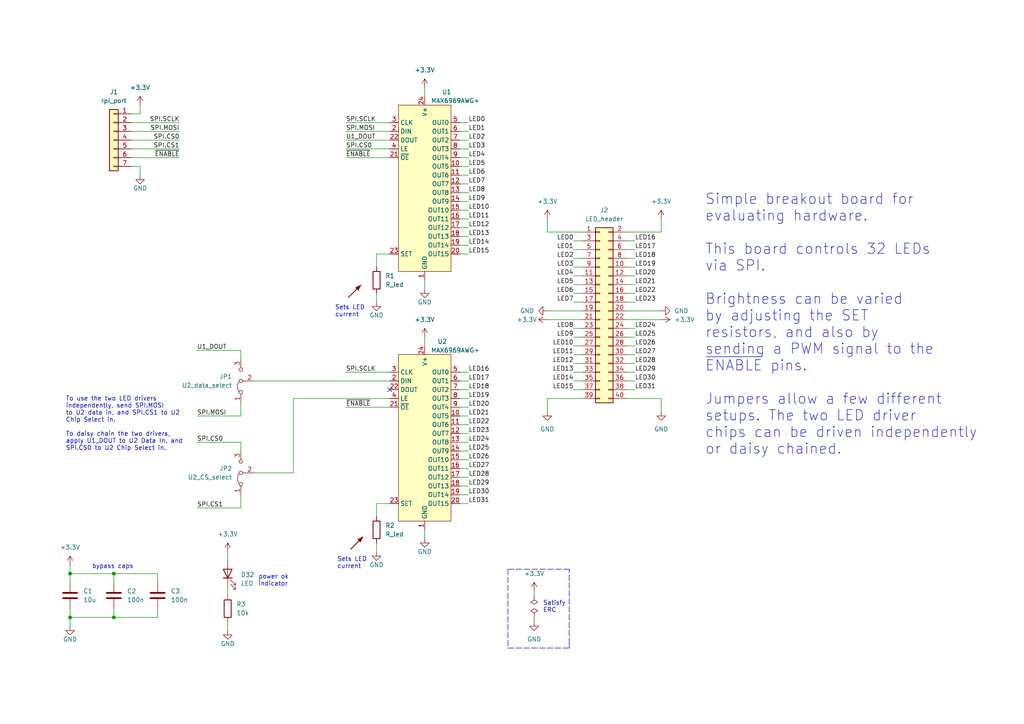
<source format=kicad_sch>
(kicad_sch (version 20211123) (generator eeschema)
  (paper "A4")
  (title_block (title "LED Breakout Board") (date "2022-06-02") (rev "0") (comment 2 "SPI LED Drivers") (comment 3 "Breakout board for prototyping hardware") (comment 4 "Drawn by: Jordan Aceto"))
  (lib_symbols
    (symbol "Connector_Generic:Conn_01x07" (pin_names (offset 1.016) hide)
      (property "Reference" "J" (at 0 10.16 0))
      (property "Value" "Conn_01x07" (at 0 -10.16 0))
      (symbol "Conn_01x07_1_1"
        (rectangle (start -1.27 -7.493) (end 0 -7.747) (stroke (width 0.1524)))
        (rectangle (start -1.27 -4.953) (end 0 -5.207) (stroke (width 0.1524)))
        (rectangle (start -1.27 -2.413) (end 0 -2.667) (stroke (width 0.1524)))
        (rectangle (start -1.27 0.127) (end 0 -0.127) (stroke (width 0.1524)))
        (rectangle (start -1.27 2.667) (end 0 2.413) (stroke (width 0.1524)))
        (rectangle (start -1.27 5.207) (end 0 4.953) (stroke (width 0.1524)))
        (rectangle (start -1.27 7.747) (end 0 7.493) (stroke (width 0.1524)))
        (rectangle (start -1.27 8.89) (end 1.27 -8.89) (stroke (width 0.254)) (fill (type background)))
        (pin passive line (at -5.08 7.62 0) (length 3.81) (name "Pin_1") (number "1"))
        (pin passive line (at -5.08 5.08 0) (length 3.81) (name "Pin_2") (number "2"))
        (pin passive line (at -5.08 2.54 0) (length 3.81) (name "Pin_3") (number "3"))
        (pin passive line (at -5.08 0 0) (length 3.81) (name "Pin_4") (number "4"))
        (pin passive line (at -5.08 -2.54 0) (length 3.81) (name "Pin_5") (number "5"))
        (pin passive line (at -5.08 -5.08 0) (length 3.81) (name "Pin_6") (number "6"))
        (pin passive line (at -5.08 -7.62 0) (length 3.81) (name "Pin_7") (number "7"))
      )
    )
    (symbol "Connector_Generic:Conn_02x20_Odd_Even" (pin_names (offset 1.016) hide)
      (property "Reference" "J" (at 1.27 25.4 0))
      (property "Value" "Conn_02x20_Odd_Even" (at 1.27 -27.94 0))
      (symbol "Conn_02x20_Odd_Even_1_1"
        (rectangle (start -1.27 -25.273) (end 0 -25.527) (stroke (width 0.1524)))
        (rectangle (start -1.27 -22.733) (end 0 -22.987) (stroke (width 0.1524)))
        (rectangle (start -1.27 -20.193) (end 0 -20.447) (stroke (width 0.1524)))
        (rectangle (start -1.27 -17.653) (end 0 -17.907) (stroke (width 0.1524)))
        (rectangle (start -1.27 -15.113) (end 0 -15.367) (stroke (width 0.1524)))
        (rectangle (start -1.27 -12.573) (end 0 -12.827) (stroke (width 0.1524)))
        (rectangle (start -1.27 -10.033) (end 0 -10.287) (stroke (width 0.1524)))
        (rectangle (start -1.27 -7.493) (end 0 -7.747) (stroke (width 0.1524)))
        (rectangle (start -1.27 -4.953) (end 0 -5.207) (stroke (width 0.1524)))
        (rectangle (start -1.27 -2.413) (end 0 -2.667) (stroke (width 0.1524)))
        (rectangle (start -1.27 0.127) (end 0 -0.127) (stroke (width 0.1524)))
        (rectangle (start -1.27 2.667) (end 0 2.413) (stroke (width 0.1524)))
        (rectangle (start -1.27 5.207) (end 0 4.953) (stroke (width 0.1524)))
        (rectangle (start -1.27 7.747) (end 0 7.493) (stroke (width 0.1524)))
        (rectangle (start -1.27 10.287) (end 0 10.033) (stroke (width 0.1524)))
        (rectangle (start -1.27 12.827) (end 0 12.573) (stroke (width 0.1524)))
        (rectangle (start -1.27 15.367) (end 0 15.113) (stroke (width 0.1524)))
        (rectangle (start -1.27 17.907) (end 0 17.653) (stroke (width 0.1524)))
        (rectangle (start -1.27 20.447) (end 0 20.193) (stroke (width 0.1524)))
        (rectangle (start -1.27 22.987) (end 0 22.733) (stroke (width 0.1524)))
        (rectangle (start -1.27 24.13) (end 3.81 -26.67) (stroke (width 0.254)) (fill (type background)))
        (rectangle (start 3.81 -25.273) (end 2.54 -25.527) (stroke (width 0.1524)))
        (rectangle (start 3.81 -22.733) (end 2.54 -22.987) (stroke (width 0.1524)))
        (rectangle (start 3.81 -20.193) (end 2.54 -20.447) (stroke (width 0.1524)))
        (rectangle (start 3.81 -17.653) (end 2.54 -17.907) (stroke (width 0.1524)))
        (rectangle (start 3.81 -15.113) (end 2.54 -15.367) (stroke (width 0.1524)))
        (rectangle (start 3.81 -12.573) (end 2.54 -12.827) (stroke (width 0.1524)))
        (rectangle (start 3.81 -10.033) (end 2.54 -10.287) (stroke (width 0.1524)))
        (rectangle (start 3.81 -7.493) (end 2.54 -7.747) (stroke (width 0.1524)))
        (rectangle (start 3.81 -4.953) (end 2.54 -5.207) (stroke (width 0.1524)))
        (rectangle (start 3.81 -2.413) (end 2.54 -2.667) (stroke (width 0.1524)))
        (rectangle (start 3.81 0.127) (end 2.54 -0.127) (stroke (width 0.1524)))
        (rectangle (start 3.81 2.667) (end 2.54 2.413) (stroke (width 0.1524)))
        (rectangle (start 3.81 5.207) (end 2.54 4.953) (stroke (width 0.1524)))
        (rectangle (start 3.81 7.747) (end 2.54 7.493) (stroke (width 0.1524)))
        (rectangle (start 3.81 10.287) (end 2.54 10.033) (stroke (width 0.1524)))
        (rectangle (start 3.81 12.827) (end 2.54 12.573) (stroke (width 0.1524)))
        (rectangle (start 3.81 15.367) (end 2.54 15.113) (stroke (width 0.1524)))
        (rectangle (start 3.81 17.907) (end 2.54 17.653) (stroke (width 0.1524)))
        (rectangle (start 3.81 20.447) (end 2.54 20.193) (stroke (width 0.1524)))
        (rectangle (start 3.81 22.987) (end 2.54 22.733) (stroke (width 0.1524)))
        (pin passive line (at -5.08 22.86 0) (length 3.81) (name "Pin_1") (number "1"))
        (pin passive line (at 7.62 12.7 180) (length 3.81) (name "Pin_10") (number "10"))
        (pin passive line (at -5.08 10.16 0) (length 3.81) (name "Pin_11") (number "11"))
        (pin passive line (at 7.62 10.16 180) (length 3.81) (name "Pin_12") (number "12"))
        (pin passive line (at -5.08 7.62 0) (length 3.81) (name "Pin_13") (number "13"))
        (pin passive line (at 7.62 7.62 180) (length 3.81) (name "Pin_14") (number "14"))
        (pin passive line (at -5.08 5.08 0) (length 3.81) (name "Pin_15") (number "15"))
        (pin passive line (at 7.62 5.08 180) (length 3.81) (name "Pin_16") (number "16"))
        (pin passive line (at -5.08 2.54 0) (length 3.81) (name "Pin_17") (number "17"))
        (pin passive line (at 7.62 2.54 180) (length 3.81) (name "Pin_18") (number "18"))
        (pin passive line (at -5.08 0 0) (length 3.81) (name "Pin_19") (number "19"))
        (pin passive line (at 7.62 22.86 180) (length 3.81) (name "Pin_2") (number "2"))
        (pin passive line (at 7.62 0 180) (length 3.81) (name "Pin_20") (number "20"))
        (pin passive line (at -5.08 -2.54 0) (length 3.81) (name "Pin_21") (number "21"))
        (pin passive line (at 7.62 -2.54 180) (length 3.81) (name "Pin_22") (number "22"))
        (pin passive line (at -5.08 -5.08 0) (length 3.81) (name "Pin_23") (number "23"))
        (pin passive line (at 7.62 -5.08 180) (length 3.81) (name "Pin_24") (number "24"))
        (pin passive line (at -5.08 -7.62 0) (length 3.81) (name "Pin_25") (number "25"))
        (pin passive line (at 7.62 -7.62 180) (length 3.81) (name "Pin_26") (number "26"))
        (pin passive line (at -5.08 -10.16 0) (length 3.81) (name "Pin_27") (number "27"))
        (pin passive line (at 7.62 -10.16 180) (length 3.81) (name "Pin_28") (number "28"))
        (pin passive line (at -5.08 -12.7 0) (length 3.81) (name "Pin_29") (number "29"))
        (pin passive line (at -5.08 20.32 0) (length 3.81) (name "Pin_3") (number "3"))
        (pin passive line (at 7.62 -12.7 180) (length 3.81) (name "Pin_30") (number "30"))
        (pin passive line (at -5.08 -15.24 0) (length 3.81) (name "Pin_31") (number "31"))
        (pin passive line (at 7.62 -15.24 180) (length 3.81) (name "Pin_32") (number "32"))
        (pin passive line (at -5.08 -17.78 0) (length 3.81) (name "Pin_33") (number "33"))
        (pin passive line (at 7.62 -17.78 180) (length 3.81) (name "Pin_34") (number "34"))
        (pin passive line (at -5.08 -20.32 0) (length 3.81) (name "Pin_35") (number "35"))
        (pin passive line (at 7.62 -20.32 180) (length 3.81) (name "Pin_36") (number "36"))
        (pin passive line (at -5.08 -22.86 0) (length 3.81) (name "Pin_37") (number "37"))
        (pin passive line (at 7.62 -22.86 180) (length 3.81) (name "Pin_38") (number "38"))
        (pin passive line (at -5.08 -25.4 0) (length 3.81) (name "Pin_39") (number "39"))
        (pin passive line (at 7.62 20.32 180) (length 3.81) (name "Pin_4") (number "4"))
        (pin passive line (at 7.62 -25.4 180) (length 3.81) (name "Pin_40") (number "40"))
        (pin passive line (at -5.08 17.78 0) (length 3.81) (name "Pin_5") (number "5"))
        (pin passive line (at 7.62 17.78 180) (length 3.81) (name "Pin_6") (number "6"))
        (pin passive line (at -5.08 15.24 0) (length 3.81) (name "Pin_7") (number "7"))
        (pin passive line (at 7.62 15.24 180) (length 3.81) (name "Pin_8") (number "8"))
        (pin passive line (at -5.08 12.7 0) (length 3.81) (name "Pin_9") (number "9"))
      )
    )
    (symbol "Device:C" (pin_numbers hide) (pin_names (offset 0.254))
      (property "Reference" "C" (at 0.635 2.54 0))
      (property "Value" "C" (at 0.635 -2.54 0))
      (symbol "C_0_1"
        (polyline (pts (xy -2.032 -0.762) (xy 2.032 -0.762)) (stroke (width 0.508)))
        (polyline (pts (xy -2.032 0.762) (xy 2.032 0.762)) (stroke (width 0.508)))
      )
      (symbol "C_1_1"
        (pin passive line (at 0 3.81 270) (length 2.794) (name "~") (number "1"))
        (pin passive line (at 0 -3.81 90) (length 2.794) (name "~") (number "2"))
      )
    )
    (symbol "Device:LED" (pin_numbers hide) (pin_names (offset 1.016) hide)
      (property "Reference" "D" (at 0 2.54 0))
      (property "Value" "LED" (at 0 -2.54 0))
      (symbol "LED_0_1"
        (polyline (pts (xy -1.27 -1.27) (xy -1.27 1.27)) (stroke (width 0.254)))
        (polyline (pts (xy -1.27 0) (xy 1.27 0)))
        (polyline (pts (xy 1.27 -1.27) (xy 1.27 1.27) (xy -1.27 0) (xy 1.27 -1.27)) (stroke (width 0.254)))
        (polyline (pts (xy -3.048 -0.762) (xy -4.572 -2.286) (xy -3.81 -2.286) (xy -4.572 -2.286) (xy -4.572 -1.524)))
        (polyline (pts (xy -1.778 -0.762) (xy -3.302 -2.286) (xy -2.54 -2.286) (xy -3.302 -2.286) (xy -3.302 -1.524)))
      )
      (symbol "LED_1_1"
        (pin passive line (at -3.81 0 0) (length 2.54) (name "K") (number "1"))
        (pin passive line (at 3.81 0 180) (length 2.54) (name "A") (number "2"))
      )
    )
    (symbol "Device:R" (pin_numbers hide) (pin_names (offset 0))
      (property "Reference" "R" (at 2.032 0 90))
      (property "Value" "R" (at 0 0 90))
      (symbol "R_0_1"
        (rectangle (start -1.016 -2.54) (end 1.016 2.54) (stroke (width 0.254)))
      )
      (symbol "R_1_1"
        (pin passive line (at 0 3.81 270) (length 1.27) (name "~") (number "1"))
        (pin passive line (at 0 -3.81 90) (length 1.27) (name "~") (number "2"))
      )
    )
    (symbol "Graphic:SYM_Arrow45_Normal" (pin_names (offset 1.016))
      (symbol "SYM_Arrow45_Normal_0_1"
        (polyline (pts (xy 1.524 -1.524) (xy -1.778 1.778)) (stroke (width 0.254)))
        (polyline (pts (xy 1.778 -1.778) (xy 0.254 -1.016) (xy 1.016 -0.254) (xy 1.778 -1.778)) (fill (type outline)))
      )
    )
    (symbol "Jumper:Jumper_3_Bridged12" (pin_names (offset 0) hide)
      (property "Reference" "JP" (at -2.54 -2.54 0))
      (property "Value" "Jumper_3_Bridged12" (at 0 2.794 0))
      (symbol "Jumper_3_Bridged12_0_0"
        (circle (center -3.302 0) (radius 0.508))
        (circle (center 0 0) (radius 0.508))
        (circle (center 3.302 0) (radius 0.508))
      )
      (symbol "Jumper_3_Bridged12_0_1"
        (arc (start -0.254 0.508) (mid -1.651 0.9912) (end -3.048 0.508))
        (polyline (pts (xy 0 -1.27) (xy 0 -0.508)))
      )
      (symbol "Jumper_3_Bridged12_1_1"
        (pin passive line (at -6.35 0 0) (length 2.54) (name "A") (number "1"))
        (pin passive line (at 0 -3.81 90) (length 2.54) (name "C") (number "2"))
        (pin passive line (at 6.35 0 180) (length 2.54) (name "B") (number "3"))
      )
    )
    (symbol "custom_symbols:MAX6969"
      (property "Reference" "U" (at 3.81 26.67 0))
      (property "Value" "MAX6969" (at 5.08 24.13 0))
      (symbol "MAX6969_0_1"
        (rectangle (start -7.62 22.86) (end 7.62 -25.4) (fill (type background)))
      )
      (symbol "MAX6969_1_1"
        (pin power_in line (at 0 -27.94 90) (length 2.54) (name "GND") (number "1"))
        (pin output line (at 10.16 5.08 180) (length 2.54) (name "OUT5") (number "10"))
        (pin output line (at 10.16 2.54 180) (length 2.54) (name "OUT6") (number "11"))
        (pin output line (at 10.16 0 180) (length 2.54) (name "OUT7") (number "12"))
        (pin output line (at 10.16 -2.54 180) (length 2.54) (name "OUT8") (number "13"))
        (pin output line (at 10.16 -5.08 180) (length 2.54) (name "OUT9") (number "14"))
        (pin output line (at 10.16 -7.62 180) (length 2.54) (name "OUT10") (number "15"))
        (pin output line (at 10.16 -10.16 180) (length 2.54) (name "OUT11") (number "16"))
        (pin output line (at 10.16 -12.7 180) (length 2.54) (name "OUT12") (number "17"))
        (pin output line (at 10.16 -15.24 180) (length 2.54) (name "OUT13") (number "18"))
        (pin output line (at 10.16 -17.78 180) (length 2.54) (name "OUT14") (number "19"))
        (pin input line (at -10.16 15.24 0) (length 2.54) (name "DIN") (number "2"))
        (pin output line (at 10.16 -20.32 180) (length 2.54) (name "OUT15") (number "20"))
        (pin input line (at -10.16 7.62 0) (length 2.54) (name "~{OE}") (number "21"))
        (pin output line (at -10.16 12.7 0) (length 2.54) (name "DOUT") (number "22"))
        (pin input line (at -10.16 -20.32 0) (length 2.54) (name "SET") (number "23"))
        (pin power_in line (at 0 25.4 270) (length 2.54) (name "V+") (number "24"))
        (pin input line (at -10.16 17.78 0) (length 2.54) (name "CLK") (number "3"))
        (pin input line (at -10.16 10.16 0) (length 2.54) (name "LE") (number "4"))
        (pin output line (at 10.16 17.78 180) (length 2.54) (name "OUT0") (number "5"))
        (pin output line (at 10.16 15.24 180) (length 2.54) (name "OUT1") (number "6"))
        (pin output line (at 10.16 12.7 180) (length 2.54) (name "OUT2") (number "7"))
        (pin output line (at 10.16 10.16 180) (length 2.54) (name "OUT3") (number "8"))
        (pin output line (at 10.16 7.62 180) (length 2.54) (name "OUT4") (number "9"))
      )
    )
    (symbol "power:+3.3V" (power) (pin_names (offset 0))
      (property "Value" "+3.3V" (at 0 3.556 0))
      (symbol "+3.3V_0_1"
        (polyline (pts (xy -0.762 1.27) (xy 0 2.54)))
        (polyline (pts (xy 0 0) (xy 0 2.54)))
        (polyline (pts (xy 0 2.54) (xy 0.762 1.27)))
      )
      (symbol "+3.3V_1_1"
        (pin power_in line (at 0 0 90) (length 0) hide (name "+3.3V") (number "1"))
      )
    )
    (symbol "power:GND" (power) (pin_names (offset 0))
      (property "Value" "GND" (at 0 -3.81 0))
      (symbol "GND_0_1"
        (polyline (pts (xy 0 0) (xy 0 -1.27) (xy 1.27 -1.27) (xy 0 -2.54) (xy -1.27 -1.27) (xy 0 -1.27)))
      )
      (symbol "GND_1_1"
        (pin power_in line (at 0 0 270) (length 0) hide (name "GND") (number "1"))
      )
    )
    (symbol "power:PWR_FLAG" (power) (pin_numbers hide) (pin_names (offset 0) hide)
      (property "Value" "PWR_FLAG" (at 0 3.81 0))
      (symbol "PWR_FLAG_0_0"
        (pin power_out line (at 0 0 90) (length 0) (name "pwr") (number "1"))
      )
      (symbol "PWR_FLAG_0_1"
        (polyline (pts (xy 0 0) (xy 0 1.27) (xy -1.016 1.905) (xy 0 2.54) (xy 1.016 1.905) (xy 0 1.27)))
      )
    )
  )
  (bus_alias "SPI" (members "MOSI" "MISO" "SCLK" "CS0" "CS1" "CS2"))
  (junction (at 20.32 166.37))
  (junction (at 33.02 179.07))
  (junction (at 33.02 166.37))
  (junction (at 20.32 179.07))
  (no_connect (at 113.03 113.03))
  (wire (pts (xy 69.85 101.6) (xy 69.85 104.14)))
  (wire (pts (xy 40.64 50.8) (xy 40.64 48.26)))
  (wire (pts (xy 100.33 43.18) (xy 113.03 43.18)))
  (wire (pts (xy 158.75 115.57) (xy 168.91 115.57)))
  (wire (pts (xy 154.94 180.34) (xy 154.94 179.07)))
  (polyline (pts (xy 165.1 186.69) (xy 165.1 165.1)))
  (wire (pts (xy 181.61 113.03) (xy 184.15 113.03)))
  (wire (pts (xy 168.91 77.47) (xy 166.37 77.47)))
  (wire (pts (xy 100.33 38.1) (xy 113.03 38.1)))
  (wire (pts (xy 109.22 146.05) (xy 113.03 146.05)))
  (wire (pts (xy 133.35 130.81) (xy 135.89 130.81)))
  (wire (pts (xy 20.32 163.83) (xy 20.32 166.37)))
  (wire (pts (xy 168.91 69.85) (xy 166.37 69.85)))
  (wire (pts (xy 168.91 102.87) (xy 166.37 102.87)))
  (wire (pts (xy 168.91 87.63) (xy 166.37 87.63)))
  (wire (pts (xy 109.22 77.47) (xy 109.22 73.66)))
  (wire (pts (xy 168.91 105.41) (xy 166.37 105.41)))
  (wire (pts (xy 66.04 170.18) (xy 66.04 172.72)))
  (wire (pts (xy 123.19 25.4) (xy 123.19 27.94)))
  (wire (pts (xy 158.75 119.38) (xy 158.75 115.57)))
  (wire (pts (xy 85.09 137.16) (xy 85.09 115.57)))
  (wire (pts (xy 38.1 33.02) (xy 40.64 33.02)))
  (wire (pts (xy 45.72 168.91) (xy 45.72 166.37)))
  (wire (pts (xy 73.66 137.16) (xy 85.09 137.16)))
  (wire (pts (xy 133.35 60.96) (xy 135.89 60.96)))
  (wire (pts (xy 38.1 40.64) (xy 52.07 40.64)))
  (wire (pts (xy 133.35 73.66) (xy 135.89 73.66)))
  (polyline (pts (xy 147.32 187.96) (xy 165.1 187.96)))
  (wire (pts (xy 133.35 118.11) (xy 135.89 118.11)))
  (wire (pts (xy 181.61 72.39) (xy 184.15 72.39)))
  (wire (pts (xy 109.22 149.86) (xy 109.22 146.05)))
  (wire (pts (xy 33.02 166.37) (xy 20.32 166.37)))
  (wire (pts (xy 158.75 92.71) (xy 168.91 92.71)))
  (wire (pts (xy 45.72 179.07) (xy 45.72 176.53)))
  (wire (pts (xy 133.35 110.49) (xy 135.89 110.49)))
  (wire (pts (xy 20.32 179.07) (xy 33.02 179.07)))
  (wire (pts (xy 133.35 125.73) (xy 135.89 125.73)))
  (wire (pts (xy 168.91 97.79) (xy 166.37 97.79)))
  (wire (pts (xy 133.35 38.1) (xy 135.89 38.1)))
  (wire (pts (xy 109.22 73.66) (xy 113.03 73.66)))
  (wire (pts (xy 181.61 105.41) (xy 184.15 105.41)))
  (wire (pts (xy 168.91 72.39) (xy 166.37 72.39)))
  (wire (pts (xy 133.35 50.8) (xy 135.89 50.8)))
  (wire (pts (xy 133.35 58.42) (xy 135.89 58.42)))
  (polyline (pts (xy 147.32 165.1) (xy 147.32 187.96)))
  (wire (pts (xy 100.33 45.72) (xy 113.03 45.72)))
  (wire (pts (xy 133.35 138.43) (xy 135.89 138.43)))
  (wire (pts (xy 133.35 143.51) (xy 135.89 143.51)))
  (wire (pts (xy 181.61 87.63) (xy 184.15 87.63)))
  (wire (pts (xy 20.32 166.37) (xy 20.32 168.91)))
  (wire (pts (xy 133.35 63.5) (xy 135.89 63.5)))
  (wire (pts (xy 158.75 90.17) (xy 168.91 90.17)))
  (wire (pts (xy 191.77 63.5) (xy 191.77 67.31)))
  (wire (pts (xy 66.04 160.02) (xy 66.04 162.56)))
  (polyline (pts (xy 165.1 165.1) (xy 147.32 165.1)))
  (wire (pts (xy 191.77 92.71) (xy 181.61 92.71)))
  (wire (pts (xy 154.94 171.45) (xy 154.94 172.72)))
  (wire (pts (xy 133.35 140.97) (xy 135.89 140.97)))
  (wire (pts (xy 133.35 146.05) (xy 135.89 146.05)))
  (wire (pts (xy 123.19 97.79) (xy 123.19 100.33)))
  (wire (pts (xy 158.75 67.31) (xy 168.91 67.31)))
  (wire (pts (xy 100.33 118.11) (xy 113.03 118.11)))
  (wire (pts (xy 133.35 35.56) (xy 135.89 35.56)))
  (wire (pts (xy 181.61 107.95) (xy 184.15 107.95)))
  (wire (pts (xy 57.15 120.65) (xy 69.85 120.65)))
  (wire (pts (xy 181.61 110.49) (xy 184.15 110.49)))
  (wire (pts (xy 20.32 181.61) (xy 20.32 179.07)))
  (wire (pts (xy 181.61 80.01) (xy 184.15 80.01)))
  (wire (pts (xy 181.61 69.85) (xy 184.15 69.85)))
  (wire (pts (xy 168.91 110.49) (xy 166.37 110.49)))
  (wire (pts (xy 168.91 85.09) (xy 166.37 85.09)))
  (wire (pts (xy 85.09 115.57) (xy 113.03 115.57)))
  (wire (pts (xy 158.75 63.5) (xy 158.75 67.31)))
  (wire (pts (xy 133.35 135.89) (xy 135.89 135.89)))
  (wire (pts (xy 100.33 40.64) (xy 113.03 40.64)))
  (wire (pts (xy 20.32 176.53) (xy 20.32 179.07)))
  (wire (pts (xy 168.91 80.01) (xy 166.37 80.01)))
  (wire (pts (xy 191.77 90.17) (xy 181.61 90.17)))
  (wire (pts (xy 133.35 128.27) (xy 135.89 128.27)))
  (wire (pts (xy 181.61 102.87) (xy 184.15 102.87)))
  (wire (pts (xy 133.35 43.18) (xy 135.89 43.18)))
  (wire (pts (xy 168.91 95.25) (xy 166.37 95.25)))
  (wire (pts (xy 57.15 101.6) (xy 69.85 101.6)))
  (wire (pts (xy 66.04 180.34) (xy 66.04 182.88)))
  (wire (pts (xy 100.33 107.95) (xy 113.03 107.95)))
  (wire (pts (xy 168.91 113.03) (xy 166.37 113.03)))
  (wire (pts (xy 181.61 100.33) (xy 184.15 100.33)))
  (wire (pts (xy 133.35 53.34) (xy 135.89 53.34)))
  (wire (pts (xy 38.1 38.1) (xy 52.07 38.1)))
  (wire (pts (xy 168.91 74.93) (xy 166.37 74.93)))
  (wire (pts (xy 38.1 45.72) (xy 52.07 45.72)))
  (wire (pts (xy 133.35 48.26) (xy 135.89 48.26)))
  (wire (pts (xy 133.35 71.12) (xy 135.89 71.12)))
  (wire (pts (xy 69.85 143.51) (xy 69.85 147.32)))
  (wire (pts (xy 168.91 107.95) (xy 166.37 107.95)))
  (wire (pts (xy 133.35 113.03) (xy 135.89 113.03)))
  (wire (pts (xy 69.85 128.27) (xy 69.85 130.81)))
  (wire (pts (xy 33.02 179.07) (xy 45.72 179.07)))
  (wire (pts (xy 38.1 43.18) (xy 52.07 43.18)))
  (wire (pts (xy 181.61 85.09) (xy 184.15 85.09)))
  (wire (pts (xy 133.35 40.64) (xy 135.89 40.64)))
  (wire (pts (xy 109.22 85.09) (xy 109.22 87.63)))
  (wire (pts (xy 133.35 68.58) (xy 135.89 68.58)))
  (wire (pts (xy 57.15 147.32) (xy 69.85 147.32)))
  (wire (pts (xy 133.35 123.19) (xy 135.89 123.19)))
  (wire (pts (xy 181.61 82.55) (xy 184.15 82.55)))
  (wire (pts (xy 191.77 119.38) (xy 191.77 115.57)))
  (wire (pts (xy 123.19 156.21) (xy 123.19 153.67)))
  (wire (pts (xy 181.61 77.47) (xy 184.15 77.47)))
  (wire (pts (xy 109.22 157.48) (xy 109.22 160.02)))
  (wire (pts (xy 69.85 116.84) (xy 69.85 120.65)))
  (wire (pts (xy 181.61 95.25) (xy 184.15 95.25)))
  (wire (pts (xy 133.35 107.95) (xy 135.89 107.95)))
  (wire (pts (xy 191.77 67.31) (xy 181.61 67.31)))
  (wire (pts (xy 38.1 35.56) (xy 52.07 35.56)))
  (wire (pts (xy 133.35 55.88) (xy 135.89 55.88)))
  (wire (pts (xy 191.77 115.57) (xy 181.61 115.57)))
  (wire (pts (xy 57.15 128.27) (xy 69.85 128.27)))
  (wire (pts (xy 133.35 115.57) (xy 135.89 115.57)))
  (wire (pts (xy 181.61 97.79) (xy 184.15 97.79)))
  (wire (pts (xy 133.35 133.35) (xy 135.89 133.35)))
  (wire (pts (xy 38.1 48.26) (xy 40.64 48.26)))
  (wire (pts (xy 33.02 176.53) (xy 33.02 179.07)))
  (polyline (pts (xy 165.1 186.69) (xy 165.1 187.96)))
  (wire (pts (xy 73.66 110.49) (xy 113.03 110.49)))
  (wire (pts (xy 133.35 66.04) (xy 135.89 66.04)))
  (wire (pts (xy 133.35 120.65) (xy 135.89 120.65)))
  (wire (pts (xy 40.64 30.48) (xy 40.64 33.02)))
  (wire (pts (xy 123.19 83.82) (xy 123.19 81.28)))
  (wire (pts (xy 100.33 35.56) (xy 113.03 35.56)))
  (wire (pts (xy 181.61 74.93) (xy 184.15 74.93)))
  (wire (pts (xy 33.02 166.37) (xy 33.02 168.91)))
  (wire (pts (xy 133.35 45.72) (xy 135.89 45.72)))
  (wire (pts (xy 45.72 166.37) (xy 33.02 166.37)))
  (wire (pts (xy 168.91 82.55) (xy 166.37 82.55)))
  (wire (pts (xy 168.91 100.33) (xy 166.37 100.33)))
  (text "Sets LED\ncurrent" (at 97.155 92.075 0) (effects (font (size 1.27 1.27)) (justify left bottom)))
  (text "power ok\nindicator" (at 74.93 170.18 0) (effects (font (size 1.27 1.27)) (justify left bottom)))
  (text "bypass caps" (at 26.67 165.1 0) (effects (font (size 1.27 1.27)) (justify left bottom)))
  (text "To use the two LED drivers\nindependently, send SPI.MOSI\nto U2 data in, and SPI.CS1 to U2\nChip Select in.\n\nTo daisy chain the two drivers,\napply U1_DOUT to U2 Data In, and\nSPI.CS0 to U2 Chip Select in." (at 19.05 130.81 0) (effects (font (size 1.27 1.27)) (justify left bottom)))
  (text "Satisfy\nERC" (at 157.48 177.8 0) (effects (font (size 1.27 1.27)) (justify left bottom)))
  (text "Simple breakout board for\nevaluating hardware.\n\nThis board controls 32 LEDs \nvia SPI.\n\nBrightness can be varied\nby adjusting the SET \nresistors, and also by \nsending a PWM signal to the\n~{ENABLE} pins.\n\nJumpers allow a few different\nsetups. The two LED driver \nchips can be driven independently\nor daisy chained." (at 204.47 132.08 0) (effects (font (size 3 3)) (justify left bottom)))
  (text "Sets LED\ncurrent" (at 97.79 165.1 0) (effects (font (size 1.27 1.27)) (justify left bottom)))
  (label "LED23" (at 135.89 125.73 0))
  (label "LED1" (at 135.89 38.1 0))
  (label "LED26" (at 184.15 100.33 0))
  (label "LED6" (at 135.89 50.8 0))
  (label "U1_DOUT" (at 100.33 40.64 0))
  (label "SPI.MOSI" (at 52.07 38.1 180))
  (label "SPI.CS0" (at 52.07 40.64 180))
  (label "LED4" (at 135.89 45.72 0))
  (label "~{ENABLE}" (at 52.07 45.72 180))
  (label "LED30" (at 135.89 143.51 0))
  (label "LED25" (at 184.15 97.79 0))
  (label "LED13" (at 166.37 107.95 180))
  (label "LED11" (at 166.37 102.87 180))
  (label "LED1" (at 166.37 72.39 180))
  (label "LED7" (at 166.37 87.63 180))
  (label "LED19" (at 135.89 115.57 0))
  (label "LED16" (at 184.15 69.85 0))
  (label "LED19" (at 184.15 77.47 0))
  (label "LED31" (at 184.15 113.03 0))
  (label "LED10" (at 166.37 100.33 180))
  (label "LED29" (at 184.15 107.95 0))
  (label "LED17" (at 184.15 72.39 0))
  (label "LED27" (at 135.89 135.89 0))
  (label "LED29" (at 135.89 140.97 0))
  (label "LED16" (at 135.89 107.95 0))
  (label "SPI.SCLK" (at 100.33 107.95 0))
  (label "LED5" (at 166.37 82.55 180))
  (label "LED2" (at 135.89 40.64 0))
  (label "LED24" (at 184.15 95.25 0))
  (label "LED12" (at 166.37 105.41 180))
  (label "LED14" (at 166.37 110.49 180))
  (label "LED6" (at 166.37 85.09 180))
  (label "SPI.CS0" (at 57.15 128.27 0))
  (label "LED22" (at 184.15 85.09 0))
  (label "LED10" (at 135.89 60.96 0))
  (label "U1_DOUT" (at 57.15 101.6 0))
  (label "LED3" (at 135.89 43.18 0))
  (label "LED17" (at 135.89 110.49 0))
  (label "LED28" (at 135.89 138.43 0))
  (label "LED26" (at 135.89 133.35 0))
  (label "LED13" (at 135.89 68.58 0))
  (label "LED21" (at 135.89 120.65 0))
  (label "LED15" (at 166.37 113.03 180))
  (label "LED7" (at 135.89 53.34 0))
  (label "LED5" (at 135.89 48.26 0))
  (label "LED22" (at 135.89 123.19 0))
  (label "SPI.CS1" (at 57.15 147.32 0))
  (label "LED21" (at 184.15 82.55 0))
  (label "LED15" (at 135.89 73.66 0))
  (label "LED25" (at 135.89 130.81 0))
  (label "LED14" (at 135.89 71.12 0))
  (label "LED30" (at 184.15 110.49 0))
  (label "LED31" (at 135.89 146.05 0))
  (label "LED2" (at 166.37 74.93 180))
  (label "LED18" (at 184.15 74.93 0))
  (label "LED18" (at 135.89 113.03 0))
  (label "LED8" (at 135.89 55.88 0))
  (label "LED23" (at 184.15 87.63 0))
  (label "SPI.MOSI" (at 57.15 120.65 0))
  (label "SPI.SCLK" (at 100.33 35.56 0))
  (label "SPI.CS1" (at 52.07 43.18 180))
  (label "LED20" (at 135.89 118.11 0))
  (label "~{ENABLE}" (at 100.33 118.11 0))
  (label "SPI.CS0" (at 100.33 43.18 0))
  (label "LED0" (at 135.89 35.56 0))
  (label "SPI.SCLK" (at 52.07 35.56 180))
  (label "LED12" (at 135.89 66.04 0))
  (label "LED24" (at 135.89 128.27 0))
  (label "LED11" (at 135.89 63.5 0))
  (label "LED9" (at 135.89 58.42 0))
  (label "~{ENABLE}" (at 100.33 45.72 0))
  (label "LED9" (at 166.37 97.79 180))
  (label "LED20" (at 184.15 80.01 0))
  (label "SPI.MOSI" (at 100.33 38.1 0))
  (label "LED28" (at 184.15 105.41 0))
  (label "LED27" (at 184.15 102.87 0))
  (label "LED0" (at 166.37 69.85 180))
  (label "LED8" (at 166.37 95.25 180))
  (label "LED4" (at 166.37 80.01 180))
  (label "LED3" (at 166.37 77.47 180))
  (symbol (lib_id "power:GND") (at 123.19 156.21 0) (unit 1)
    (property "Reference" "#PWR010" (effects hide))
    (property "Value" "GND" (at 123.19 160.02 0))
  )
  (symbol (lib_id "power:GND") (at 109.22 87.63 0) (unit 1)
    (property "Reference" "#PWR05" (effects hide))
    (property "Value" "GND" (at 109.22 91.44 0))
  )
  (symbol (lib_id "power:GND") (at 158.75 90.17 270) (unit 1)
    (property "Reference" "#PWR0107" (effects hide))
    (property "Value" "GND" (at 154.94 90.1699 90) (effects (justify right)))
  )
  (symbol (lib_id "Device:C") (at 33.02 172.72 0) (unit 1)
    (property "Reference" "C2" (at 36.83 171.4499 0) (effects (justify left)))
    (property "Value" "100n" (at 36.83 173.9899 0) (effects (justify left)))
    (property "Footprint" "Capacitor_SMD:C_0805_2012Metric" (effects hide))
  )
  (symbol (lib_id "power:PWR_FLAG") (at 154.94 179.07 0) (unit 1)
    (property "Reference" "#FLG02" (effects hide))
    (property "Value" "PWR_FLAG" (effects hide))
  )
  (symbol (lib_id "power:+3.3V") (at 20.32 163.83 0) (unit 1)
    (property "Reference" "#PWR0105" (effects hide))
    (property "Value" "+3.3V" (at 20.32 158.75 0))
  )
  (symbol (lib_id "power:+3.3V") (at 191.77 92.71 270) (unit 1)
    (property "Reference" "#PWR0110" (effects hide))
    (property "Value" "+3.3V" (at 195.58 92.7099 90) (effects (justify left)))
  )
  (symbol (lib_id "power:GND") (at 158.75 119.38 0) (unit 1)
    (property "Reference" "#PWR0101" (effects hide))
    (property "Value" "GND" (at 158.75 124.46 0))
  )
  (symbol (lib_id "power:+3.3V") (at 158.75 63.5 0) (unit 1)
    (property "Reference" "#PWR0113" (effects hide))
    (property "Value" "+3.3V" (at 158.75 58.42 0))
  )
  (symbol (lib_id "power:GND") (at 154.94 180.34 0) (unit 1)
    (property "Reference" "#PWR020" (effects hide))
    (property "Value" "GND" (at 154.94 185.42 0))
  )
  (symbol (lib_id "Graphic:SYM_Arrow45_Normal") (at 103.505 157.48 90) (unit 1)
    (property "Reference" "#SYM2" (effects hide))
    (property "Value" "SYM_Arrow45_Normal" (effects hide))
  )
  (symbol (lib_id "Device:R") (at 109.22 153.67 0) (unit 1)
    (property "Reference" "R2" (at 111.76 152.3999 0) (effects (justify left)))
    (property "Value" "R_led" (at 111.76 154.9399 0) (effects (justify left)))
    (property "Footprint" "Resistor_SMD:R_0805_2012Metric" (effects hide))
  )
  (symbol (lib_id "Connector_Generic:Conn_02x20_Odd_Even") (at 173.99 90.17 0) (unit 1)
    (property "Reference" "J2" (at 175.26 60.96 0))
    (property "Value" "LED_header" (at 175.26 63.5 0))
    (property "Footprint" "Connector_PinHeader_2.54mm:PinHeader_2x20_P2.54mm_Vertical" (effects hide))
  )
  (symbol (lib_id "power:GND") (at 191.77 90.17 90) (mirror x) (unit 1)
    (property "Reference" "#PWR0104" (effects hide))
    (property "Value" "GND" (at 195.58 90.1699 90) (effects (justify right)))
  )
  (symbol (lib_id "Jumper:Jumper_3_Bridged12") (at 69.85 110.49 90) (unit 1) (in_bom no)
    (property "Reference" "JP1" (at 67.31 109.2199 90) (effects (justify left)))
    (property "Value" "U2_data_select" (at 67.31 111.7599 90) (effects (justify left)))
    (property "Footprint" "Connector_PinHeader_2.54mm:PinHeader_1x03_P2.54mm_Vertical" (effects hide))
  )
  (symbol (lib_id "power:+3.3V") (at 123.19 97.79 0) (unit 1)
    (property "Reference" "#PWR0106" (effects hide))
    (property "Value" "+3.3V" (at 123.19 92.71 0))
  )
  (symbol (lib_id "power:GND") (at 123.19 83.82 0) (unit 1)
    (property "Reference" "#PWR08" (effects hide))
    (property "Value" "GND" (at 123.19 87.63 0))
  )
  (symbol (lib_id "power:+3.3V") (at 40.64 30.48 0) (unit 1)
    (property "Reference" "#PWR0108" (effects hide))
    (property "Value" "+3.3V" (at 40.64 25.4 0))
  )
  (symbol (lib_id "custom_symbols:MAX6969") (at 123.19 125.73 0) (unit 1)
    (property "Reference" "U2" (at 128.27 99.06 0))
    (property "Value" "MAX6969AWG+" (at 132.08 101.6 0))
    (property "Footprint" "Package_SO:SOIC-24W_7.5x15.4mm_P1.27mm" (effects hide))
  )
  (symbol (lib_id "power:GND") (at 40.64 50.8 0) (unit 1)
    (property "Reference" "#PWR04" (effects hide))
    (property "Value" "GND" (at 40.64 54.61 0))
  )
  (symbol (lib_id "power:+3.3V") (at 66.04 160.02 0) (unit 1)
    (property "Reference" "#PWR0103" (effects hide))
    (property "Value" "+3.3V" (at 66.04 154.94 0))
  )
  (symbol (lib_id "power:PWR_FLAG") (at 154.94 172.72 180) (unit 1)
    (property "Reference" "#FLG01" (effects hide))
    (property "Value" "PWR_FLAG" (effects hide))
  )
  (symbol (lib_id "power:GND") (at 20.32 181.61 0) (unit 1)
    (property "Reference" "#PWR02" (effects hide))
    (property "Value" "GND" (at 20.32 185.42 0))
  )
  (symbol (lib_id "Device:R") (at 109.22 81.28 0) (unit 1)
    (property "Reference" "R1" (at 111.76 80.0099 0) (effects (justify left)))
    (property "Value" "R_led" (at 111.76 82.5499 0) (effects (justify left)))
    (property "Footprint" "Resistor_SMD:R_0805_2012Metric" (effects hide))
  )
  (symbol (lib_id "Device:C") (at 20.32 172.72 0) (unit 1)
    (property "Reference" "C1" (at 24.13 171.4499 0) (effects (justify left)))
    (property "Value" "10u" (at 24.13 173.9899 0) (effects (justify left)))
    (property "Footprint" "Capacitor_SMD:C_0805_2012Metric" (effects hide))
  )
  (symbol (lib_id "Device:R") (at 66.04 176.53 0) (unit 1)
    (property "Reference" "R3" (at 68.58 175.2599 0) (effects (justify left)))
    (property "Value" "10k" (at 68.58 177.7999 0) (effects (justify left)))
    (property "Footprint" "Resistor_SMD:R_0805_2012Metric" (effects hide))
  )
  (symbol (lib_id "Jumper:Jumper_3_Bridged12") (at 69.85 137.16 90) (unit 1) (in_bom no)
    (property "Reference" "JP2" (at 67.31 135.8899 90) (effects (justify left)))
    (property "Value" "U2_CS_select" (at 67.31 138.4299 90) (effects (justify left)))
    (property "Footprint" "Connector_PinHeader_2.54mm:PinHeader_1x03_P2.54mm_Vertical" (effects hide))
  )
  (symbol (lib_id "Graphic:SYM_Arrow45_Normal") (at 102.87 84.455 90) (unit 1)
    (property "Reference" "#SYM1" (effects hide))
    (property "Value" "SYM_Arrow45_Normal" (effects hide))
  )
  (symbol (lib_id "Device:C") (at 45.72 172.72 0) (unit 1)
    (property "Reference" "C3" (at 49.53 171.4499 0) (effects (justify left)))
    (property "Value" "100n" (at 49.53 173.9899 0) (effects (justify left)))
    (property "Footprint" "Capacitor_SMD:C_0805_2012Metric" (effects hide))
  )
  (symbol (lib_id "power:+3.3V") (at 154.94 171.45 0) (unit 1)
    (property "Reference" "#PWR0114" (effects hide))
    (property "Value" "+3.3V" (at 154.94 166.37 0))
  )
  (symbol (lib_id "power:+3.3V") (at 123.19 25.4 0) (unit 1)
    (property "Reference" "#PWR0111" (effects hide))
    (property "Value" "+3.3V" (at 123.19 20.32 0))
  )
  (symbol (lib_id "power:GND") (at 191.77 119.38 0) (mirror y) (unit 1)
    (property "Reference" "#PWR0102" (effects hide))
    (property "Value" "GND" (at 191.77 124.46 0))
  )
  (symbol (lib_id "Connector_Generic:Conn_01x07") (at 33.02 40.64 0) (mirror y) (unit 1)
    (property "Reference" "J1" (at 33.02 26.67 0))
    (property "Value" "rpi_port" (at 33.02 29.21 0))
    (property "Footprint" "Connector_PinHeader_2.54mm:PinHeader_1x07_P2.54mm_Vertical" (effects hide))
  )
  (symbol (lib_id "Device:LED") (at 66.04 166.37 90) (unit 1)
    (property "Reference" "D32" (at 69.85 166.6874 90) (effects (justify right)))
    (property "Value" "LED" (at 69.85 169.2274 90) (effects (justify right)))
    (property "Footprint" "LED_SMD:LED_0805_2012Metric" (effects hide))
  )
  (symbol (lib_id "power:GND") (at 66.04 182.88 0) (unit 1)
    (property "Reference" "#PWR016" (effects hide))
    (property "Value" "GND" (at 66.04 186.69 0))
  )
  (symbol (lib_id "power:GND") (at 109.22 160.02 0) (unit 1)
    (property "Reference" "#PWR06" (effects hide))
    (property "Value" "GND" (at 109.22 163.83 0))
  )
  (symbol (lib_id "custom_symbols:MAX6969") (at 123.19 53.34 0) (unit 1)
    (property "Reference" "U1" (at 129.54 26.67 0))
    (property "Value" "MAX6969AWG+" (at 132.08 29.21 0))
    (property "Footprint" "Package_SO:SOIC-24W_7.5x15.4mm_P1.27mm" (effects hide))
  )
  (symbol (lib_id "power:+3.3V") (at 158.75 92.71 90) (unit 1)
    (property "Reference" "#PWR0112" (effects hide))
    (property "Value" "+3.3V" (at 149.86 92.71 90) (effects (justify right)))
  )
  (symbol (lib_id "power:+3.3V") (at 191.77 63.5 0) (unit 1)
    (property "Reference" "#PWR0109" (effects hide))
    (property "Value" "+3.3V" (at 191.77 58.42 0))
  )
)
</source>
